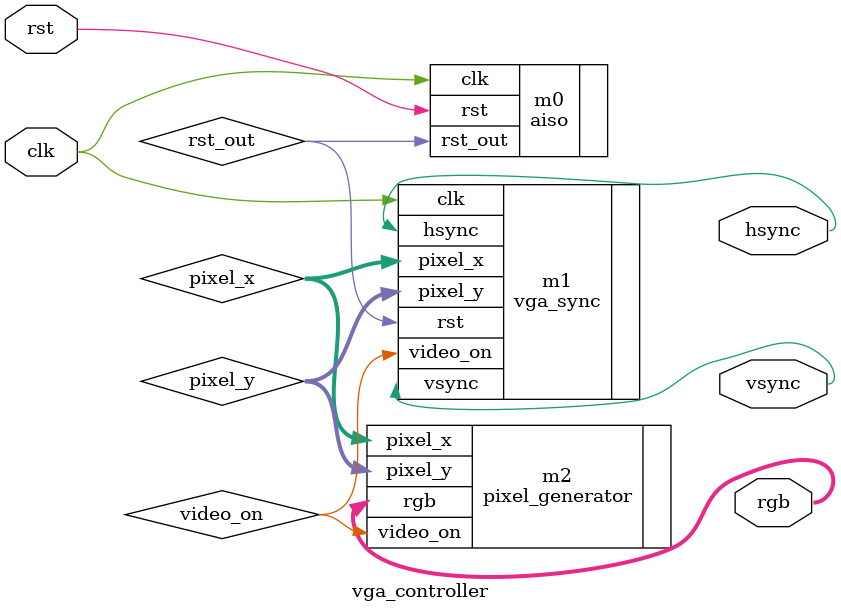
<source format=v>
`timescale 1ns / 1ps
/***************************************************************************
 * File Name: vga_controller.v
 * Project: VGA Sync
 * Designer: Marc Cabote
 * Email: marcdominic011@gmail.com
 * Rev. Date: 11 October, 2017
 * 
 * Purpose:	This project introduces the use of vga(video graphics array) 
 *          display. The design will have 640 x 480 resolution. 
 *				The color of the screen will be determined by the onboard 
 *				switches 0-11. The vga sync is then verified through 
 *				simulation with the use of test fixtures. The code will 
 *				then be programmed to the board with the use of a vga monitor.  
 *          
 *
 * Notes:	-  This is the top level module for this project
 *          -	This module has an asynchronous reset input.
 *          -  switches 0-11 drive vga_rgb 0-11 respectively. 
 *          -  Reset is button up
 ***************************************************************************/
module vga_controller(input clk, rst,
							 output hsync , vsync,
							 output [11:0] rgb);
	

	wire video_on; //wire for the 2 to 1 mux
	wire rst_out;  //wire for aiso to vga sync reset
	wire[9:0] pixel_x, pixel_y;
	
	aiso
	m0(.clk(clk), .rst(rst), .rst_out(rst_out));
	
	vga_sync	
	m1( .clk(clk), .rst(rst_out),.pixel_x(pixel_x), .pixel_y(pixel_y), 
	    .hsync(hsync), .vsync(vsync), .video_on(video_on));
	
	pixel_generator
	m2( .video_on(video_on), .pixel_x(pixel_x), .pixel_y(pixel_y),.rgb(rgb));

endmodule

</source>
